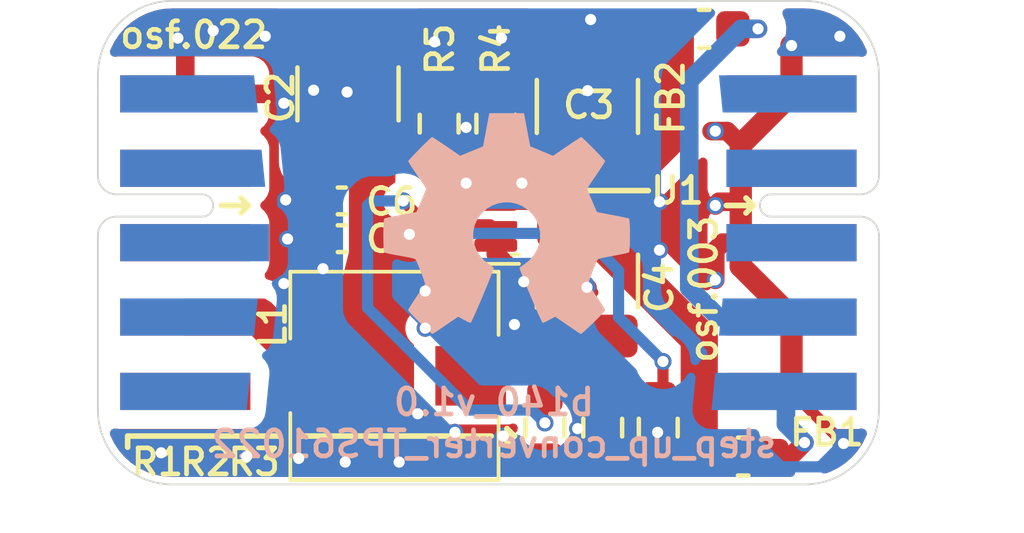
<source format=kicad_pcb>
(kicad_pcb (version 20221018) (generator pcbnew)
  (layers (0 "F.Cu" signal) (1 "In1.Cu" signal) (2 "In2.Cu" signal) (31 "B.Cu" signal) (34 "B.Paste" user) (35 "F.Paste" user) (36 "B.SilkS" user "B.Silkscreen") (37 "F.SilkS" user "F.Silkscreen") (38 "B.Mask" user) (39 "F.Mask" user) (44 "Edge.Cuts" user))
  (net 0 "")
  (net 1 "/implementation/VIN")
  (net 2 "GND")
  (net 3 "/implementation/VOUT")
  (net 11 "Net-(J2-3.3V)")
  (net 12 "Net-(J2-5V)")
  (net 13 "/implementation/SW")
  (net 14 "/implementation/EN")
  (net 15 "/implementation/MODE")
  (net 16 "/implementation/FB")
  (footprint "Capacitor_SMD:C_1210_3225Metric" (layer "F.Cu") (at 146.725 92.5 90)
    (fp_text reference "C2" (at -0.1 -1.825 90) (layer "F.SilkS") (effects (font (size 0.7 0.7) (thickness 0.127))))
    (fp_text value "10uF")
    (fp_line (start -0.711252 -1.36) (end 0.711252 -1.36) (stroke (width 0.12)) (layer "F.SilkS"))
    (fp_line (start -0.711252 1.36) (end 0.711252 1.36) (stroke (width 0.12)) (layer "F.SilkS"))
    (pad "1" smd roundrect (at -1.475 0 90) (size 1.15 2.7) (layers "F.Cu" "F.Paste" "F.Mask") (roundrect_rratio 0.217391) (net 1 "/implementation/VIN"))
    (pad "2" smd roundrect (at 1.475 0 90) (size 1.15 2.7) (layers "F.Cu" "F.Paste" "F.Mask") (roundrect_rratio 0.217391) (net 2 "GND"))
  )
  (footprint "on_edge:on_edge_2x05_host" (layer "F.Cu") (at 161 96.5 -90)
    (fp_text reference "J2")
    (fp_text value "003_power")
    (fp_line (start -1 3.373) (end -1.2 3.573) (stroke (width 0.153)) (layer "F.SilkS"))
    (fp_line (start -1 4.1) (end -1 3.373) (stroke (width 0.153)) (layer "F.SilkS"))
    (fp_line (start -0.8 3.573) (end -1 3.373) (stroke (width 0.153)) (layer "F.SilkS"))
    (fp_line (start -4 0) (end -1.8 0) (stroke (width 0.05)) (layer "Edge.Cuts"))
    (fp_line (start -1.3 0.5) (end -1.3 2.9) (stroke (width 0.05)) (layer "Edge.Cuts"))
    (fp_line (start -0.7 2.9) (end -0.7 0.5) (stroke (width 0.05)) (layer "Edge.Cuts"))
    (fp_line (start -0.2 0) (end 4 0) (stroke (width 0.05)) (layer "Edge.Cuts"))
    (fp_arc (start -1.8 0) (mid -1.446447 0.146447) (end -1.3 0.5) (stroke (width 0.05)) (layer "Edge.Cuts"))
    (fp_arc (start -0.7 0.5) (mid -0.553553 0.146447) (end -0.2 0) (stroke (width 0.05)) (layer "Edge.Cuts"))
    (fp_arc (start -0.7 2.9) (mid -1 3.2) (end -1.3 2.9) (stroke (width 0.05)) (layer "Edge.Cuts"))
    (pad "1" smd rect (at -4 2.35 270) (size 1 3.5) (layers "F.Cu" "F.Mask") (net 2 "GND"))
    (pad "2" smd rect (at -2 2.35 270) (size 1 3.5) (layers "F.Cu" "F.Mask") (net 2 "GND"))
    (pad "3" smd rect (at 0 2.35 270) (size 1 3.5) (layers "F.Cu" "F.Mask") (net 2 "GND"))
    (pad "4" smd rect (at 2 2.35 270) (size 1 3.5) (layers "F.Cu" "F.Mask") (net 2 "GND"))
    (pad "5" smd rect (at 4 2.35 270) (size 1 3.5) (layers "F.Cu" "F.Mask") (net 2 "GND"))
    (pad "6" smd custom (at -4 2.4 90) (size 1 3.6) (layers "B.Cu" "B.Mask") (options (clearance outline) (anchor rect)) (primitives (gr_poly (pts (xy 0.5 -1.8) (xy -0.5 -1.8) (xy 0.5 -1.9)) (width 0) (fill yes))))
    (pad "7" smd rect (at -2 2.35 90) (size 1 3.5) (layers "B.Cu" "B.Mask"))
    (pad "8" smd rect (at 0 2.35 90) (size 1 3.5) (layers "B.Cu" "B.Mask"))
    (pad "9" smd custom (at 2 2.4 90) (size 1 3.6) (layers "B.Cu" "B.Mask") (net 11 "Net-(J2-3.3V)") (options (clearance outline) (anchor rect)) (primitives (gr_poly (pts (xy 0.5 -1.8) (xy -0.5 -1.8) (xy -0.5 -1.9)) (width 0) (fill yes))))
    (pad "10" smd custom (at 4 2.5 90) (size 1 3.8) (layers "B.Cu" "B.Mask") (net 12 "Net-(J2-5V)") (options (clearance outline) (anchor rect)) (primitives (gr_poly (pts (xy 0.5 -1.9) (xy -0.5 -1.9) (xy -0.5 -2)) (width 0) (fill yes))))
    (zone (net 0) (net_name "") (layers "F&B.Cu") (connect_pads (clearance 0)) (min_thickness 0.254)
      (keepout (tracks allowed) (vias not_allowed) (pads allowed) (copperpour not_allowed) (footprints not_allowed))
      (fill (thermal_gap 0.508) (thermal_bridge_width 0.508))
      (polygon (pts (xy 157 101.5) (xy 157 91.5) (xy 161 91.5) (xy 161 101.5)))
    )
  )
  (footprint "TPS61022:744316100" (layer "F.Cu") (at 147.973 100.080675 90)
    (fp_text reference "L1" (at 1.380675 -3.273 90 unlocked) (layer "F.SilkS") (effects (font (size 0.7 0.7) (thickness 0.127))))
    (fp_text value "744316100")
    (fp_line (start -2.8 -2.8) (end -2.8 2.8) (stroke (width 0.1)) (layer "F.SilkS"))
    (fp_line (start -2.8 2.8) (end -1.1 2.8) (stroke (width 0.1)) (layer "F.SilkS"))
    (fp_line (start -1 -2.8) (end -2.8 -2.8) (stroke (width 0.1)) (layer "F.SilkS"))
    (fp_line (start 1.1 2.8) (end 2.8 2.8) (stroke (width 0.1)) (layer "F.SilkS"))
    (fp_line (start 2.8 -2.8) (end 1 -2.8) (stroke (width 0.1)) (layer "F.SilkS"))
    (fp_line (start 2.8 2.8) (end 2.8 -2.8) (stroke (width 0.1)) (layer "F.SilkS"))
    (pad "1" smd rect (at 0 -2.05 90) (size 1.6 1.9) (layers "F.Cu" "F.Paste" "F.Mask") (net 1 "/implementation/VIN"))
    (pad "2" smd rect (at 0 2.05 90) (size 1.6 1.9) (layers "F.Cu" "F.Paste" "F.Mask") (net 13 "/implementation/SW"))
  )
  (footprint "Capacitor_SMD:C_0402_1005Metric" (layer "F.Cu") (at 146.558 96.393 180)
    (fp_text reference "C1" (at -1.342 -0.007 180) (layer "F.SilkS") (effects (font (size 0.7 0.7) (thickness 0.127))))
    (fp_text value "1uF")
    (fp_line (start -0.107836 -0.36) (end 0.107836 -0.36) (stroke (width 0.12)) (layer "F.SilkS"))
    (fp_line (start -0.107836 0.36) (end 0.107836 0.36) (stroke (width 0.12)) (layer "F.SilkS"))
    (pad "1" smd roundrect (at -0.48 0 180) (size 0.56 0.62) (layers "F.Cu" "F.Paste" "F.Mask") (net 1 "/implementation/VIN"))
    (pad "2" smd roundrect (at 0.48 0 180) (size 0.56 0.62) (layers "F.Cu" "F.Paste" "F.Mask") (net 2 "GND"))
  )
  (footprint "Capacitor_SMD:C_0402_1005Metric" (layer "F.Cu") (at 146.558 95.377 180)
    (fp_text reference "C6" (at -1.342 -0.023 180) (layer "F.SilkS") (effects (font (size 0.7 0.7) (thickness 0.127))))
    (fp_text value "100nF")
    (fp_line (start -0.107836 -0.36) (end 0.107836 -0.36) (stroke (width 0.12)) (layer "F.SilkS"))
    (fp_line (start -0.107836 0.36) (end 0.107836 0.36) (stroke (width 0.12)) (layer "F.SilkS"))
    (pad "1" smd roundrect (at -0.48 0 180) (size 0.56 0.62) (layers "F.Cu" "F.Paste" "F.Mask") (net 1 "/implementation/VIN"))
    (pad "2" smd roundrect (at 0.48 0 180) (size 0.56 0.62) (layers "F.Cu" "F.Paste" "F.Mask") (net 2 "GND"))
  )
  (footprint "Resistor_SMD:R_0603_1608Metric" (layer "F.Cu") (at 149.176 93.3 90)
    (fp_text reference "R5" (at 2 0.024 90) (layer "F.SilkS") (effects (font (size 0.7 0.7) (thickness 0.127))))
    (fp_text value "100k")
    (fp_line (start -0.237258 -0.5225) (end 0.237258 -0.5225) (stroke (width 0.12)) (layer "F.SilkS"))
    (fp_line (start -0.237258 0.5225) (end 0.237258 0.5225) (stroke (width 0.12)) (layer "F.SilkS"))
    (pad "1" smd roundrect (at -0.825 0 90) (size 0.8 0.95) (layers "F.Cu" "F.Paste" "F.Mask") (net 16 "/implementation/FB"))
    (pad "2" smd roundrect (at 0.825 0 90) (size 0.8 0.95) (layers "F.Cu" "F.Paste" "F.Mask") (net 2 "GND"))
  )
  (footprint "TPS61022:TPS61022" (layer "F.Cu") (at 150.073 96.019 180)
    (fp_text reference "U1" (at -4.727 0.919 unlocked) (layer "F.SilkS") (effects (font (size 0.7 0.7) (thickness 0.127)) (justify left)))
    (fp_text value "~")
    (fp_line (start -1.25 -1.05) (end -1.05 -1.05) (stroke (width 0.1)) (layer "F.SilkS"))
    (fp_line (start -1.05 -1.05) (end 1.05 -1.05) (stroke (width 0.1)) (layer "F.SilkS"))
    (fp_line (start -1.05 -0.8) (end -1.25 -0.8) (stroke (width 0.1)) (layer "F.SilkS"))
    (fp_line (start 1.05 -1.05) (end 1.05 -1.05) (stroke (width 0.1)) (layer "F.SilkS"))
    (fp_line (start 1.05 1.05) (end -1.05 1.05) (stroke (width 0.1)) (layer "F.SilkS"))
    (pad "1" smd roundrect (at -0.625 -0.55 180) (size 1.15 0.35) (layers "F.Cu" "F.Mask") (net 2 "GND"))
    (pad "2" smd roundrect (at -0.475 0 180) (size 1.45 0.2) (layers "F.Cu" "F.Mask") (net 13 "/implementation/SW"))
    (pad "3" smd roundrect (at -0.625 0.55 180) (size 1.15 0.35) (layers "F.Cu" "F.Mask") (net 3 "/implementation/VOUT"))
    (pad "4" smd roundrect (at 0.975 0.75 180) (size 0.45 0.25) (layers "F.Cu" "F.Paste" "F.Mask") (net 16 "/implementation/FB"))
    (pad "5" smd roundrect (at 0.975 0.25 180) (size 0.45 0.25) (layers "F.Cu" "F.Paste" "F.Mask") (net 14 "/implementation/EN"))
    (pad "6" smd roundrect (at 0.975 -0.25 180) (size 0.45 0.25) (layers "F.Cu" "F.Paste" "F.Mask") (net 15 "/implementation/MODE"))
    (pad "7" smd roundrect (at 0.975 -0.75 180) (size 0.45 0.25) (layers "F.Cu" "F.Paste" "F.Mask") (net 1 "/implementation/VIN"))
  )
  (footprint "Resistor_SMD:R_0603_1608Metric" (layer "F.Cu") (at 153.573 101.473 90)
    (fp_text reference "R2" (at -0.927 -10.673 180) (layer "F.SilkS") (effects (font (size 0.7 0.7) (thickness 0.127))))
    (fp_text value "10k")
    (fp_line (start -0.237258 -0.5225) (end 0.237258 -0.5225) (stroke (width 0.12)) (layer "F.SilkS"))
    (fp_line (start -0.237258 0.5225) (end 0.237258 0.5225) (stroke (width 0.12)) (layer "F.SilkS"))
    (pad "1" smd roundrect (at -0.825 0 90) (size 0.8 0.95) (layers "F.Cu" "F.Paste" "F.Mask") (net 1 "/implementation/VIN"))
    (pad "2" smd roundrect (at 0.825 0 90) (size 0.8 0.95) (layers "F.Cu" "F.Paste" "F.Mask") (net 15 "/implementation/MODE"))
  )
  (footprint "Resistor_SMD:R_0603_1608Metric" (layer "F.Cu") (at 152.019 101.473 90)
    (fp_text reference "R1" (at -0.927 -10.419) (layer "F.SilkS") (effects (font (size 0.7 0.7) (thickness 0.127))))
    (fp_text value "10k")
    (fp_line (start -0.237258 -0.5225) (end 0.237258 -0.5225) (stroke (width 0.12)) (layer "F.SilkS"))
    (fp_line (start -0.237258 0.5225) (end 0.237258 0.5225) (stroke (width 0.12)) (layer "F.SilkS"))
    (pad "1" smd roundrect (at -0.825 0 90) (size 0.8 0.95) (layers "F.Cu" "F.Paste" "F.Mask") (net 1 "/implementation/VIN"))
    (pad "2" smd roundrect (at 0.825 0 90) (size 0.8 0.95) (layers "F.Cu" "F.Paste" "F.Mask") (net 14 "/implementation/EN"))
  )
  (footprint "Resistor_SMD:R_0603_1608Metric" (layer "F.Cu") (at 155.067 101.473 -90)
    (fp_text reference "R3" (at 0.927 10.867 -180) (layer "F.SilkS") (effects (font (size 0.7 0.7) (thickness 0.127))))
    (fp_text value "10k")
    (fp_line (start -0.237258 -0.5225) (end 0.237258 -0.5225) (stroke (width 0.12)) (layer "F.SilkS"))
    (fp_line (start -0.237258 0.5225) (end 0.237258 0.5225) (stroke (width 0.12)) (layer "F.SilkS"))
    (pad "1" smd roundrect (at -0.825 0 270) (size 0.8 0.95) (layers "F.Cu" "F.Paste" "F.Mask") (net 15 "/implementation/MODE"))
    (pad "2" smd roundrect (at 0.825 0 270) (size 0.8 0.95) (layers "F.Cu" "F.Paste" "F.Mask") (net 2 "GND"))
  )
  (footprint "Capacitor_SMD:C_1210_3225Metric" (layer "F.Cu") (at 153.162 92.837 90)
    (fp_text reference "C3" (at 0.037 0.038) (layer "F.SilkS") (effects (font (size 0.7 0.7) (thickness 0.127))))
    (fp_text value "33uF")
    (fp_line (start -0.711252 -1.36) (end 0.711252 -1.36) (stroke (width 0.12)) (layer "F.SilkS"))
    (fp_line (start -0.711252 1.36) (end 0.711252 1.36) (stroke (width 0.12)) (layer "F.SilkS"))
    (pad "1" smd roundrect (at -1.475 0 90) (size 1.15 2.7) (layers "F.Cu" "F.Paste" "F.Mask") (roundrect_rratio 0.217391) (net 3 "/implementation/VOUT"))
    (pad "2" smd roundrect (at 1.475 0 90) (size 1.15 2.7) (layers "F.Cu" "F.Paste" "F.Mask") (roundrect_rratio 0.217391) (net 2 "GND"))
  )
  (footprint "Capacitor_SMD:C_1210_3225Metric" (layer "F.Cu") (at 153.162 97.536 -90)
    (fp_text reference "C4" (at 0.164 -1.938 90) (layer "F.SilkS") (effects (font (size 0.7 0.7) (thickness 0.127))))
    (fp_text value "33uF")
    (fp_line (start -0.711252 -1.36) (end 0.711252 -1.36) (stroke (width 0.12)) (layer "F.SilkS"))
    (fp_line (start -0.711252 1.36) (end 0.711252 1.36) (stroke (width 0.12)) (layer "F.SilkS"))
    (pad "1" smd roundrect (at -1.475 0 270) (size 1.15 2.7) (layers "F.Cu" "F.Paste" "F.Mask") (roundrect_rratio 0.217391) (net 3 "/implementation/VOUT"))
    (pad "2" smd roundrect (at 1.475 0 270) (size 1.15 2.7) (layers "F.Cu" "F.Paste" "F.Mask") (roundrect_rratio 0.217391) (net 2 "GND"))
  )
  (footprint "on_edge:on_edge_2x05_device" (layer "F.Cu") (at 140 96.5 -90)
    (fp_text reference "J1")
    (fp_text value "022_battery_cells")
    (fp_line (start -1.2 -3.85) (end -1 -4.05) (stroke (width 0.153)) (layer "F.SilkS"))
    (fp_line (start -1 -4.05) (end -1 -3.323) (stroke (width 0.153)) (layer "F.SilkS"))
    (fp_line (start -1 -4.05) (end -0.8 -3.85) (stroke (width 0.153)) (layer "F.SilkS"))
    (fp_line (start -4 0) (end -1.8 0) (stroke (width 0.05)) (layer "Edge.Cuts"))
    (fp_line (start -1.3 -2.8) (end -1.3 -0.5) (stroke (width 0.05)) (layer "Edge.Cuts"))
    (fp_line (start -0.7 -0.5) (end -0.7 -2.8) (stroke (width 0.05)) (layer "Edge.Cuts"))
    (fp_line (start -0.2 0) (end 4 0) (stroke (width 0.05)) (layer "Edge.Cuts"))
    (fp_arc (start -1.3 -2.8) (mid -1 -3.1) (end -0.7 -2.8) (stroke (width 0.05)) (layer "Edge.Cuts"))
    (fp_arc (start -1.3 -0.5) (mid -1.446447 -0.146447) (end -1.8 0) (stroke (width 0.05)) (layer "Edge.Cuts"))
    (fp_arc (start -0.2 0) (mid -0.553553 -0.146447) (end -0.7 -0.5) (stroke (width 0.05)) (layer "Edge.Cuts"))
    (pad "1" smd rect (at -4 -2.35 90) (size 1 3.5) (layers "F.Cu" "F.Mask") (net 2 "GND"))
    (pad "2" smd rect (at -2 -2.35 270) (size 1 3.5) (layers "F.Cu" "F.Mask"))
    (pad "3" smd rect (at 0 -2.35 270) (size 1 3.5) (layers "F.Cu" "F.Mask"))
    (pad "4" smd rect (at 2 -2.35 90) (size 1 3.5) (layers "F.Cu" "F.Mask") (net 1 "/implementation/VIN"))
    (pad "5" smd rect (at 4 -2.35 90) (size 1 3.5) (layers "F.Cu" "F.Mask"))
    (pad "6" smd custom (at -4 -2.4 270) (size 1 3.6) (layers "B.Cu" "B.Mask") (options (clearance outline) (anchor rect)) (primitives (gr_poly (pts (xy 0.5 -1.8) (xy 0.5 -1.9) (xy -0.5 -1.8)) (width 0) (fill yes))))
    (pad "7" smd custom (at -2 -2.1 270) (size 1 3) (layers "B.Cu" "B.Mask") (options (clearance outline) (anchor rect)) (primitives (gr_poly (pts (xy 0.3 -0.51) (xy 0.31 -0.62) (xy 0.33 -0.7) (xy 0.35 -0.76) (xy 0.37 -0.81) (xy 0.4 -0.86) (xy 0.44 -0.92) (xy 0.48 -0.97) (xy 0.5 -0.99) (xy 0.5 -2.4) (xy -0.5 -2.3) (xy -0.5 1.5) (xy 0.3 1.5)) (width 0) (fill yes))))
    (pad "8" smd rect (at 0 -2.6 270) (size 1 4) (layers "B.Cu" "B.Mask"))
    (pad "9" smd custom (at 2 -2.4 270) (size 1 3.6) (layers "B.Cu" "B.Mask") (options (clearance outline) (anchor rect)) (primitives (gr_poly (pts (xy -0.5 -1.8) (xy -0.5 -1.9) (xy 0.5 -1.8)) (width 0) (fill yes))))
    (pad "10" smd custom (at 4 -2.3 270) (size 1 3.4) (layers "B.Cu" "B.Mask") (options (clearance outline) (anchor rect)) (primitives (gr_poly (pts (xy -0.5 -1.7) (xy -0.5 -1.8) (xy 0.5 -1.7)) (width 0) (fill yes))))
    (zone (net 0) (net_name "") (layers "F&B.Cu") (connect_pads (clearance 0)) (min_thickness 0.254)
      (keepout (tracks allowed) (vias not_allowed) (pads allowed) (copperpour not_allowed) (footprints not_allowed))
      (fill (thermal_gap 0.508) (thermal_bridge_width 0.508))
      (polygon (pts (xy 140 101.5) (xy 140 91.5) (xy 144 91.5) (xy 144 101.5)))
    )
  )
  (footprint "Capacitor_SMD:C_0603_1608Metric" (layer "F.Cu") (at 156.3 90.75)
    (fp_text reference "FB2" (at -0.9 1.85 90) (layer "F.SilkS") (effects (font (size 0.7 0.7) (thickness 0.127))))
    (fp_text value "200R, 5A")
    (fp_line (start -0.14058 -0.51) (end 0.14058 -0.51) (stroke (width 0.12)) (layer "F.SilkS"))
    (fp_line (start -0.14058 0.51) (end 0.14058 0.51) (stroke (width 0.12)) (layer "F.SilkS"))
    (pad "1" smd roundrect (at -0.775 0) (size 0.9 0.95) (layers "F.Cu" "F.Paste" "F.Mask") (net 3 "/implementation/VOUT"))
    (pad "2" smd roundrect (at 0.775 0) (size 0.9 0.95) (layers "F.Cu" "F.Paste" "F.Mask") (net 11 "Net-(J2-3.3V)"))
  )
  (footprint "Capacitor_SMD:C_0603_1608Metric" (layer "F.Cu") (at 157.35 102.25)
    (fp_text reference "FB1" (at 2.25 -0.65) (layer "F.SilkS") (effects (font (size 0.7 0.7) (thickness 0.127))))
    (fp_text value "200R, 5A")
    (fp_line (start -0.14058 -0.51) (end 0.14058 -0.51) (stroke (width 0.12)) (layer "F.SilkS"))
    (fp_line (start -0.14058 0.51) (end 0.14058 0.51) (stroke (width 0.12)) (layer "F.SilkS"))
    (pad "1" smd roundrect (at -0.775 0) (size 0.9 0.95) (layers "F.Cu" "F.Paste" "F.Mask") (net 3 "/implementation/VOUT"))
    (pad "2" smd roundrect (at 0.775 0) (size 0.9 0.95) (layers "F.Cu" "F.Paste" "F.Mask") (net 12 "Net-(J2-5V)"))
  )
  (footprint "Resistor_SMD:R_0603_1608Metric" (layer "F.Cu") (at 150.7 93.3 -90)
    (fp_text reference "R4" (at -2 0 90) (layer "F.SilkS") (effects (font (size 0.7 0.7) (thickness 0.127))))
    (fp_text value "732k")
    (fp_line (start -0.237258 -0.5225) (end 0.237258 -0.5225) (stroke (width 0.12)) (layer "F.SilkS"))
    (fp_line (start -0.237258 0.5225) (end 0.237258 0.5225) (stroke (width 0.12)) (layer "F.SilkS"))
    (pad "1" smd roundrect (at -0.825 0 270) (size 0.8 0.95) (layers "F.Cu" "F.Paste" "F.Mask") (net 3 "/implementation/VOUT"))
    (pad "2" smd roundrect (at 0.825 0 270) (size 0.8 0.95) (layers "F.Cu" "F.Paste" "F.Mask") (net 16 "/implementation/FB"))
  )
  (footprint "Symbol:OSHW-Symbol_6.7x6mm_SilkScreen" (layer "B.Cu") (at 151 96 180)
    (fp_text reference "LOGO1" hide)
    (fp_text value "Logo_Open_Hardware_Small" hide)
    (fp_poly (pts (xy 0.555814 2.531069) (xy 0.639635 2.086445) (xy 0.94892 1.958947) (xy 1.258206 1.831449) (xy 1.629246 2.083754) (xy 1.733157 2.154004) (xy 1.827087 2.216728) (xy 1.906652 2.269062) (xy 1.96747 2.308143) (xy 2.005157 2.331107) (xy 2.015421 2.336058) (xy 2.03391 2.323324) (xy 2.07342 2.288118) (xy 2.129522 2.234938) (xy 2.197787 2.168282) (xy 2.273786 2.092646) (xy 2.353092 2.012528) (xy 2.431275 1.932426) (xy 2.503907 1.856836) (xy 2.566559 1.790255) (xy 2.614803 1.737182) (xy 2.64421 1.702113) (xy 2.651241 1.690377) (xy 2.641123 1.66874) (xy 2.612759 1.621338) (xy 2.569129 1.552807) (xy 2.513218 1.467785) (xy 2.448006 1.370907) (xy 2.410219 1.31565) (xy 2.341343 1.214752) (xy 2.28014 1.123701) (xy 2.229578 1.04703) (xy 2.192628 0.989272) (xy 2.172258 0.954957) (xy 2.169197 0.947746) (xy 2.176136 0.927252) (xy 2.195051 0.879487) (xy 2.223087 0.811168) (xy 2.257391 0.729011) (xy 2.295109 0.63973) (xy 2.333387 0.550042) (xy 2.36937 0.466662) (xy 2.400206 0.396306) (xy 2.423039 0.34569) (xy 2.435017 0.321529) (xy 2.435724 0.320578) (xy 2.454531 0.315964) (xy 2.504618 0.305672) (xy 2.580793 0.290713) (xy 2.677865 0.272099) (xy 2.790643 0.250841) (xy 2.856442 0.238582) (xy 2.97695 0.215638) (xy 3.085797 0.193805) (xy 3.177476 0.174278) (xy 3.246481 0.158252) (xy 3.287304 0.146921) (xy 3.295511 0.143326) (xy 3.303548 0.118994) (xy 3.310033 0.064041) (xy 3.31497 -0.015108) (xy 3.318364 -0.112026) (xy 3.320218 -0.220287) (xy 3.320538 -0.333465) (xy 3.319327 -0.445135) (xy 3.31659 -0.548868) (xy 3.312331 -0.638241) (xy 3.306555 -0.706826) (xy 3.299267 -0.748197) (xy 3.294895 -0.75681) (xy 3.268764 -0.767133) (xy 3.213393 -0.781892) (xy 3.136107 -0.799352) (xy 3.04423 -0.81778) (xy 3.012158 -0.823741) (xy 2.857524 -0.852066) (xy 2.735375 -0.874876) (xy 2.641673 -0.89308) (xy 2.572384 -0.907583) (xy 2.523471 -0.919292) (xy 2.490897 -0.929115) (xy 2.470628 -0.937956) (xy 2.458626 -0.946724) (xy 2.456947 -0.948457) (xy 2.440184 -0.976371) (xy 2.414614 -1.030695) (xy 2.382788 -1.104777) (xy 2.34726 -1.191965) (xy 2.310583 -1.285608) (xy 2.275311 -1.379052) (xy 2.243996 -1.465647) (xy 2.219193 -1.53874) (xy 2.203454 -1.591678) (xy 2.199332 -1.617811) (xy 2.199676 -1.618726) (xy 2.213641 -1.640086) (xy 2.245322 -1.687084) (xy 2.291391 -1.754827) (xy 2.348518 -1.838423) (xy 2.413373 -1.932982) (xy 2.431843 -1.959854) (xy 2.497699 -2.057275) (xy 2.55565 -2.146163) (xy 2.602538 -2.221412) (xy 2.635207 -2.27792) (xy 2.6505 -2.310581) (xy 2.651241 -2.314593) (xy 2.638392 -2.335684) (xy 2.602888 -2.377464) (xy 2.549293 -2.435445) (xy 2.482171 -2.505135) (xy 2.406087 -2.582045) (xy 2.325604 -2.661683) (xy 2.245287 -2.739561) (xy 2.169699 -2.811186) (xy 2.103405 -2.87207) (xy 2.050969 -2.917721) (xy 2.016955 -2.94365) (xy 2.007545 -2.947883) (xy 1.985643 -2.937912) (xy 1.9408 -2.91102) (xy 1.880321 -2.871736) (xy 1.833789 -2.840117) (xy 1.749475 -2.782098) (xy 1.649626 -2.713784) (xy 1.549473 -2.645579) (xy 1.495627 -2.609075) (xy 1.313371 -2.4858) (xy 1.160381 -2.56852) (xy 1.090682 -2.604759) (xy 1.031414 -2.632926) (xy 0.991311 -2.648991) (xy 0.981103 -2.651226) (xy 0.968829 -2.634722) (xy 0.944613 -2.588082) (xy 0.910263 -2.515609) (xy 0.867588 -2.421606) (xy 0.818394 -2.310374) (xy 0.76449 -2.186215) (xy 0.707684 -2.053432) (xy 0.649782 -1.916327) (xy 0.592593 -1.779202) (xy 0.537924 -1.646358) (xy 0.487584 -1.522098) (xy 0.44338 -1.410725) (xy 0.407119 -1.316539) (xy 0.380609 -1.243844) (xy 0.365658 -1.196941) (xy 0.363254 -1.180833) (xy 0.382311 -1.160286) (xy 0.424036 -1.126933) (xy 0.479706 -1.087702) (xy 0.484378 -1.084599) (xy 0.628264 -0.969423) (xy 0.744283 -0.835053) (xy 0.83143 -0.685784) (xy 0.888699 -0.525913) (xy 0.915086 -0.359737) (xy 0.909585 -0.191552) (xy 0.87119 -0.025655) (xy 0.798895 0.133658) (xy 0.777626 0.168513) (xy 0.666996 0.309263) (xy 0.536302 0.422286) (xy 0.390064 0.506997) (xy 0.232808 0.562806) (xy 0.069057 0.589126) (xy -0.096667 0.58537) (xy -0.259838 0.55095) (xy -0.415935 0.485277) (xy -0.560433 0.387765) (xy -0.605131 0.348187) (xy -0.718888 0.224297) (xy -0.801782 0.093876) (xy -0.858644 -0.052315) (xy -0.890313 -0.197088) (xy -0.898131 -0.35986) (xy -0.872062 -0.52344) (xy -0.814755 -0.682298) (xy -0.728856 -0.830906) (xy -0.617014 -0.963735) (xy -0.481877 -1.075256) (xy -0.464117 -1.087011) (xy -0.40785 -1.125508) (xy -0.365077 -1.158863) (xy -0.344628 -1.18016) (xy -0.344331 -1.180833) (xy -0.348721 -1.203871) (xy -0.366124 -1.256157) (xy -0.394732 -1.33339) (xy -0.432735 -1.431268) (xy -0.478326 -1.545491) (xy -0.529697 -1.671758) (xy -0.585038 -1.805767) (xy -0.642542 -1.943218) (xy -0.700399 -2.079808) (xy -0.756802 -2.211237) (xy -0.809942 -2.333205) (xy -0.85801 -2.441409) (xy -0.899199 -2.531549) (xy -0.931699 -2.599323) (xy -0.953703 -2.64043) (xy -0.962564 -2.651226) (xy -0.98964 -2.642819) (xy -1.040303 -2.620272) (xy -1.105817 -2.587613) (xy -1.141841 -2.56852) (xy -1.294832 -2.4858) (xy -1.477088 -2.609075) (xy -1.570125 -2.672228) (xy -1.671985 -2.741727) (xy -1.767438 -2.807165) (xy -1.81525 -2.840117) (xy -1.882495 -2.885273) (xy -1.939436 -2.921057) (xy -1.978646 -2.942938) (xy -1.991381 -2.947563) (xy -2.009917 -2.935085) (xy -2.050941 -2.900252) (xy -2.110475 -2.846678) (xy -2.184542 -2.777983) (xy -2.269165 -2.697781) (xy -2.322685 -2.646286) (xy -2.416319 -2.554286) (xy -2.497241 -2.471999) (xy -2.562177 -2.402945) (xy -2.607858 -2.350644) (xy -2.631011 -2.318616) (xy -2.633232 -2.312116) (xy -2.622924 -2.287394) (xy -2.594439 -2.237405) (xy -2.550937 -2.167212) (xy -2.495577 -2.081875) (xy -2.43152 -1.986456) (xy -2.413303 -1.959854) (xy -2.346927 -1.863167) (xy -2.287378 -1.776117) (xy -2.237984 -1.703595) (xy -2.202075 -1.650493) (xy -2.182981 -1.621703) (xy -2.181136 -1.618726) (xy -2.183895 -1.595782) (xy -2.198538 -1.545336) (xy -2.222513 -1.474041) (xy -2.253266 -1.388547) (xy -2.288244 -1.295507) (xy -2.324893 -1.201574) (xy -2.360661 -1.113399) (xy -2.392994 -1.037634) (xy -2.419338 -0.980931) (xy -2.437142 -0.949943) (xy -2.438407 -0.948457) (xy -2.449294 -0.939601) (xy -2.467682 -0.930843) (xy -2.497606 -0.921277) (xy -2.543103 -0.909996) (xy -2.608209 -0.896093) (xy -2.696961 -0.878663) (xy -2.813393 -0.856798) (xy -2.961542 -0.829591) (xy -2.993618 -0.823741) (xy -3.088686 -0.805374) (xy -3.171565 -0.787405) (xy -3.23493 -0.771569) (xy -3.271458 -0.7596) (xy -3.276356 -0.75681) (xy -3.284427 -0.732072) (xy -3.290987 -0.67679) (xy -3.296033 -0.597389) (xy -3.299559 -0.500296) (xy -3.301561 -0.391938) (xy -3.302036 -0.27874) (xy -3.300977 -0.167128) (xy -3.298382 -0.063529) (xy -3.294246 0.025632) (xy -3.288563 0.093928) (xy -3.281331 0.134934) (xy -3.276971 0.143326) (xy -3.252698 0.151792) (xy -3.197426 0.165565) (xy -3.116662 0.18345) (xy -3.015912 0.204252) (xy -2.900683 0.226777) (xy -2.837902 0.238582) (xy -2.718787 0.260849) (xy -2.612565 0.281021) (xy -2.524427 0.298085) (xy -2.459566 0.311031) (xy -2.423174 0.318845) (xy -2.417184 0.320578) (xy -2.407061 0.34011) (xy -2.385662 0.387157) (xy -2.355839 0.454997) (xy -2.320445 0.536909) (xy -2.282332 0.626172) (xy -2.244353 0.716065) (xy -2.20936 0.799865) (xy -2.180206 0.870853) (xy -2.159743 0.922306) (xy -2.150823 0.947503) (xy -2.150657 0.948604) (xy -2.160769 0.968481) (xy -2.189117 1.014223) (xy -2.232723 1.081283) (xy -2.288606 1.165116) (xy -2.353787 1.261174) (xy -2.391679 1.31635) (xy -2.460725 1.417519) (xy -2.52205 1.50937) (xy -2.572663 1.587256) (xy -2.609571 1.646531) (xy -2.629782 1.682549) (xy -2.632701 1.690623) (xy -2.620153 1.709416) (xy -2.585463 1.749543) (xy -2.533063 1.806507) (xy -2.467384 1.875815) (xy -2.392856 1.952969) (xy -2.313913 2.033475) (xy -2.234983 2.112837) (xy -2.1605 2.18656) (xy -2.094894 2.250148) (xy -2.042596 2.299106) (xy -2.008039 2.328939) (xy -1.996478 2.336058) (xy -1.977654 2.326047) (xy -1.932631 2.297922) (xy -1.865787 2.254546) (xy -1.781499 2.198782) (xy -1.684144 2.133494) (xy -1.610707 2.083754) (xy -1.239667 1.831449) (xy -0.621095 2.086445) (xy -0.537275 2.531069) (xy -0.453454 2.975693) (xy 0.471994 2.975693) (xy 0.555814 2.531069)) (stroke (width 0.01)) (fill solid) (layer "B.SilkS"))
  )
  (gr_line (start 151 101.5) (end 151 101.9) (stroke (width 0.15)) (layer "F.SilkS"))
  (gr_line (start 150.575 101.7) (end 145.45 101.7) (stroke (width 0.15)) (layer "F.SilkS"))
  (gr_line (start 151.6 95.3) (end 151.4 95.1) (stroke (width 0.15)) (layer "F.SilkS"))
  (gr_line (start 151.6 94.9) (end 151.6 95.3) (stroke (width 0.15)) (layer "F.SilkS"))
  (gr_line (start 151.2 101.7) (end 151 101.5) (stroke (width 0.15)) (layer "F.SilkS"))
  (gr_line (start 140.8 102) (end 140.8 101.7) (stroke (width 0.15)) (layer "F.SilkS"))
  (gr_line (start 151.4 95.1) (end 151.6 94.9) (stroke (width 0.15)) (layer "F.SilkS"))
  (gr_line (start 151.2 101.7) (end 150.9 101.7) (stroke (width 0.15)) (layer "F.SilkS"))
  (gr_line (start 151 101.9) (end 151.2 101.7) (stroke (width 0.15)) (layer "F.SilkS"))
  (gr_line (start 154.8 95.1) (end 151.4 95.1) (stroke (width 0.15)) (layer "F.SilkS"))
  (gr_line (start 144.9 101.7) (end 140.8 101.7) (stroke (width 0.15)) (layer "F.SilkS"))
  (gr_line (start 142 90) (end 159 90) (stroke (width 0.05)) (layer "Edge.Cuts"))
  (gr_arc (start 161 101) (mid 160.414214 102.414214) (end 159 103) (stroke (width 0.05)) (layer "Edge.Cuts"))
  (gr_line (start 159 103) (end 142 103) (stroke (width 0.05)) (layer "Edge.Cuts"))
  (gr_arc (start 159 90) (mid 160.414214 90.585786) (end 161 92) (stroke (width 0.05)) (layer "Edge.Cuts"))
  (gr_line (start 140 92.5) (end 140 92) (stroke (width 0.05)) (layer "Edge.Cuts"))
  (gr_line (start 161 100.5) (end 161 101) (stroke (width 0.05)) (layer "Edge.Cuts"))
  (gr_line (start 161 92) (end 161 92.5) (stroke (width 0.05)) (layer "Edge.Cuts"))
  (gr_line (start 140 100.5) (end 140 101) (stroke (width 0.05)) (layer "Edge.Cuts"))
  (gr_arc (start 142 103) (mid 140.585786 102.414214) (end 140 101) (stroke (width 0.05)) (layer "Edge.Cuts"))
  (gr_arc (start 140 92) (mid 140.585786 90.585786) (end 142 90) (stroke (width 0.05)) (layer "Edge.Cuts"))
  (gr_text "b140_v1.0\nstep_up_converter_TPS61022" (at 150.65 102.325) (layer "B.SilkS") (effects (font (size 0.7 0.7) (thickness 0.127) bold) (justify bottom mirror)))
  (gr_text "osf.003" (at 156.7 99.8 90) (layer "F.SilkS") (effects (font (size 0.7 0.7) (thickness 0.127) bold) (justify left bottom)))
  (gr_text "osf.022" (at 140.525 91.325) (layer "F.SilkS") (effects (font (size 0.7 0.7) (thickness 0.127) bold) (justify left bottom)))
  (segment (start 153.571 102.3) (end 149 102.3) (width 0.25) (layer "F.Cu") (net 1))
  (segment (start 142.35 98.5) (end 144.342325 98.5) (width 1) (layer "F.Cu") (net 1))
  (segment (start 146.780675 100.080675) (end 145.923 100.080675) (width 0.25) (layer "F.Cu") (net 1))
  (segment (start 153.573 102.298) (end 153.571 102.3) (width 0.25) (layer "F.Cu") (net 1))
  (segment (start 149 102.3) (end 146.780675 100.080675) (width 0.25) (layer "F.Cu") (net 1))
  (segment (start 144.342325 98.5) (end 145.923 100.080675) (width 1) (layer "F.Cu") (net 1))
  (segment (start 153.162 99.011) (end 151.511 99.011) (width 0.5) (layer "F.Cu") (net 2))
  (segment (start 142.35 91.2) (end 142.15 91) (width 0.5) (layer "F.Cu") (net 2))
  (segment (start 155.067 101.617) (end 155.05 101.6) (width 0.5) (layer "F.Cu") (net 2))
  (segment (start 142.35 92.5) (end 142.35 91.2) (width 0.5) (layer "F.Cu") (net 2))
  (segment (start 157.284895 93.865105) (end 157.284895 95.4) (width 0.6) (layer "F.Cu") (net 2))
  (segment (start 157.284895 95.4) (end 157.284895 97.134895) (width 0.6) (layer "F.Cu") (net 2))
  (segment (start 155.067 102.298) (end 155.067 101.617) (width 0.5) (layer "F.Cu") (net 2))
  (segment (start 158.65 98.5) (end 158.65 100.5) (width 0.6) (layer "F.Cu") (net 2))
  (segment (start 153.162 99.011) (end 153.162 97.712) (width 0.5) (layer "F.Cu") (net 2))
  (segment (start 156.6 96.7) (end 156.8 96.5) (width 0.5) (layer "F.Cu") (net 2))
  (segment (start 156.91979 93.5) (end 157.284895 93.865105) (width 0.5) (layer "F.Cu") (net 2))
  (segment (start 158.65 91.218376) (end 158.65 91.2) (width 0.6) (layer "F.Cu") (net 2))
  (segment (start 150.698 96.569) (end 150.698 96.798) (width 0.5) (layer "F.Cu") (net 2))
  (segment (start 158.65 91.2) (end 158.668376 91.2) (width 0.6) (layer "F.Cu") (net 2))
  (segment (start 150.698 96.798) (end 151.45 97.55) (width 0.5) (layer "F.Cu") (net 2))
  (segment (start 158.65 91.218376) (end 158.65 91.218376) (width 0.6) (layer "F.Cu") (net 2))
  (segment (start 156.8 96.5) (end 158.65 96.5) (width 0.5) (layer "F.Cu") (net 2))
  (segment (start 144.75 92.5) (end 145 92.75) (width 0.5) (layer "F.Cu") (net 2))
  (segment (start 142.35 92.5) (end 144.75 92.5) (width 0.5) (layer "F.Cu") (net 2))
  (segment (start 158.668376 91.2) (end 158.654255 91.214121) (width 0.6) (layer "F.Cu") (net 2))
  (segment (start 158.65 92.5) (end 157.284895 93.865105) (width 0.6) (layer "F.Cu") (net 2))
  (segment (start 158.65 92.5) (end 158.65 91.218376) (width 0.6) (layer "F.Cu") (net 2))
  (segment (start 156.6 95.5) (end 156.7 95.4) (width 0.5) (layer "F.Cu") (net 2))
  (segment (start 153.162 97.712) (end 153.15 97.7) (width 0.5) (layer "F.Cu") (net 2))
  (segment (start 156.7 95.4) (end 157.284895 95.4) (width 0.5) (layer "F.Cu") (net 2))
  (segment (start 151.511 99.011) (end 151.2 98.7) (width 0.5) (layer "F.Cu") (net 2))
  (segment (start 156.5 93.5) (end 156.91979 93.5) (width 0.5) (layer "F.Cu") (net 2))
  (segment (start 160.05 101.9) (end 158.65 100.5) (width 0.3) (layer "F.Cu") (net 2))
  (segment (start 156.6 97.5) (end 156.6 96.7) (width 0.5) (layer "F.Cu") (net 2))
  (segment (start 157.284895 97.134895) (end 158.65 98.5) (width 0.6) (layer "F.Cu") (net 2))
  (via (at 155.05 101.6) (size 0.46) (drill 0.3) (layers "F.Cu" "B.Cu") (net 2))
  (via (at 148.8 98.8) (size 0.46) (drill 0.3) (layers "F.Cu" "B.Cu") (net 2))
  (via (at 150.85 91) (size 0.46) (drill 0.3) (layers "F.Cu" "B.Cu") (net 2))
  (via (at 145.1 96.4) (size 0.46) (drill 0.3) (layers "F.Cu" "B.Cu") (net 2))
  (via (at 145.05 95.35) (size 0.46) (drill 0.3) (layers "F.Cu" "B.Cu") (net 2))
  (via (at 146.65 102.4) (size 0.46) (drill 0.3) (layers "F.Cu" "B.Cu") (net 2))
  (via (at 152.9 101.5) (size 0.46) (drill 0.3) (layers "F.Cu" "B.Cu") (net 2))
  (via (at 145 92.75) (size 0.46) (drill 0.3) (layers "F.Cu" "B.Cu") (net 2))
  (via (at 151.45 97.55) (size 0.46) (drill 0.3) (layers "F.Cu" "B.Cu") (net 2))
  (via (at 155.1 95.4) (size 0.46) (drill 0.3) (layers "F.Cu" "B.Cu") (net 2))
  (via (at 151.4 94.9) (size 0.46) (drill 0.3) (layers "F.Cu" "B.Cu") (net 2))
  (via (at 149.9 94.9) (size 0.46) (drill 0.3) (layers "F.Cu" "B.Cu") (net 2))
  (via (at 155.1 96.7) (size 0.46) (drill 0.3) (layers "F.Cu" "B.Cu") (net 2))
  (via (at 149.05 91.1) (size 0.46) (drill 0.3) (layers "F.Cu" "B.Cu") (net 2))
  (via (at 146.051214 97.200127) (size 0.46) (drill 0.3) (layers "F.Cu" "B.Cu") (net 2))
  (via (at 160.05 101.9) (size 0.46) (drill 0.3) (layers "F.Cu" "B.Cu") (net 2))
  (via (at 153.25 90.5) (size 0.46) (drill 0.3) (layers "F.Cu" "B.Cu") (net 2))
  (via (at 153.170435 92.41233) (size 0.46) (drill 0.3) (layers "F.Cu" "B.Cu") (net 2))
  (via (at 145.8 92.4) (size 0.46) (drill 0.3) (layers "F.Cu" "B.Cu") (net 2))
  (via (at 156.6 93.5) (size 0.46) (drill 0.3) (layers "F.Cu" "B.Cu") (net 2))
  (via (at 159.95 90.95) (size 0.46) (drill 0.3) (layers "F.Cu" "B.Cu") (net 2))
  (via (at 141.7 102.15) (size 0.46) (drill 0.3) (layers "F.Cu" "B.Cu") (net 2))
  (via (at 143.1 90.8) (size 0.46) (drill 0.3) (layers "F.Cu" "B.Cu") (net 2))
  (via (at 144 102.25) (size 0.46) (drill 0.3) (layers "F.Cu" "B.Cu") (net 2))
  (via (at 149.9 93.4) (size 0.46) (drill 0.3) (layers "F.Cu" "B.Cu") (net 2))
  (via (at 149.6 101.6) (size 0.46) (drill 0.3) (layers "F.Cu" "B.Cu") (net 2))
  (via (at 151.2 98.7) (size 0.46) (drill 0.3) (layers "F.Cu" "B.Cu") (net 2))
  (via (at 156.6 95.5) (size 0.46) (drill 0.3) (layers "F.Cu" "B.Cu") (net 2))
  (via (at 142.15 91) (size 0.46) (drill 0.3) (layers "F.Cu" "B.Cu") (net 2))
  (via (at 156.6 97.5) (size 0.46) (drill 0.3) (layers "F.Cu" "B.Cu") (net 2))
  (via (at 146.7 92.45) (size 0.46) (drill 0.3) (layers "F.Cu" "B.Cu") (net 2))
  (via (at 145 97.6) (size 0.46) (drill 0.3) (layers "F.Cu" "B.Cu") (net 2))
  (via (at 148.1 102.4) (size 0.46) (drill 0.3) (layers "F.Cu" "B.Cu") (net 2))
  (via (at 144.5 90.95) (size 0.46) (drill 0.3) (layers "F.Cu" "B.Cu") (net 2))
  (via (at 158.65 91.2) (size 0.46) (drill 0.3) (layers "F.Cu" "B.Cu") (net 2))
  (via (at 148.6 101.1) (size 0.46) (drill 0.3) (layers "F.Cu" "B.Cu") (net 2))
  (via (at 153.15 97.7) (size 0.46) (drill 0.3) (layers "F.Cu" "B.Cu") (net 2))
  (via (at 150.9 101.7) (size 0.46) (drill 0.3) (layers "F.Cu" "B.Cu") (net 2))
  (via (at 148.8 97.8) (size 0.46) (drill 0.3) (layers "F.Cu" "B.Cu") (net 2))
  (via (at 145.4 102.3) (size 0.46) (drill 0.3) (layers "F.Cu" "B.Cu") (net 2))
  (segment (start 157.627 102.527) (end 157.5 102.4) (width 0.3) (layer "B.Cu") (net 2))
  (segment (start 160.05 101.9) (end 159.423 102.527) (width 0.3) (layer "B.Cu") (net 2))
  (segment (start 159.423 102.527) (end 157.627 102.527) (width 0.3) (layer "B.Cu") (net 2))
  (segment (start 152.962 94.312) (end 153.162 94.312) (width 0.3) (layer "F.Cu") (net 3))
  (segment (start 156.169 99.068) (end 153.162 96.061) (width 1) (layer "F.Cu") (net 3))
  (segment (start 153.162 96.061) (end 153.162 95) (width 1) (layer "F.Cu") (net 3))
  (segment (start 151.129394 92.479394) (end 152.962 94.312) (width 0.3) (layer "F.Cu") (net 3))
  (segment (start 153.162 95.838) (end 153.4 95.6) (width 1) (layer "F.Cu") (net 3))
  (segment (start 152.57 95.469) (end 153.162 96.061) (width 0.3) (layer "F.Cu") (net 3))
  (segment (start 154 95) (end 155.525 93.475) (width 1) (layer "F.Cu") (net 3))
  (segment (start 150.698 95.469) (end 152.57 95.469) (width 0.3) (layer "F.Cu") (net 3))
  (segment (start 150.622 92.479394) (end 151.129394 92.479394) (width 0.3) (layer "F.Cu") (net 3))
  (segment (start 155.525 93.475) (end 155.525 90.75) (width 1) (layer "F.Cu") (net 3))
  (segment (start 156.575 102.25) (end 156.169 101.844) (width 1) (layer "F.Cu") (net 3))
  (segment (start 153.162 95) (end 154 95) (width 1) (layer "F.Cu") (net 3))
  (segment (start 153.162 96.061) (end 153.162 95.838) (width 1) (layer "F.Cu") (net 3))
  (segment (start 153.162 95) (end 153.162 94.312) (width 1) (layer "F.Cu") (net 3))
  (segment (start 156.169 101.844) (end 156.169 99.068) (width 1) (layer "F.Cu") (net 3))
  (segment (start 157.075 90.75) (end 157.75 90.75) (width 0.5) (layer "F.Cu") (net 11))
  (via (at 157.75 90.75) (size 0.46) (drill 0.3) (layers "F.Cu" "B.Cu") (net 11))
  (segment (start 157.296 90.75) (end 155.9 92.146) (width 0.5) (layer "B.Cu") (net 11))
  (segment (start 155.9 92.146) (end 155.9 97.719239) (width 0.5) (layer "B.Cu") (net 11))
  (segment (start 157.75 90.75) (end 157.296 90.75) (width 0.5) (layer "B.Cu") (net 11))
  (segment (start 156.680761 98.5) (end 158.6 98.5) (width 0.5) (layer "B.Cu") (net 11))
  (segment (start 155.9 97.719239) (end 156.680761 98.5) (width 0.5) (layer "B.Cu") (net 11))
  (segment (start 159 101.875) (end 158.625 102.25) (width 0.5) (layer "F.Cu") (net 12))
  (segment (start 158.625 102.25) (end 158.125 102.25) (width 0.5) (layer "F.Cu") (net 12))
  (via (at 159 101.875) (size 0.46) (drill 0.3) (layers "F.Cu" "B.Cu") (net 12))
  (segment (start 158.5 101.375) (end 158.5 100.5) (width 0.5) (layer "B.Cu") (net 12))
  (segment (start 159 101.875) (end 158.5 101.375) (width 0.5) (layer "B.Cu") (net 12))
  (segment (start 149.75 99.807675) (end 149.75 97.85) (width 1) (layer "F.Cu") (net 13))
  (segment (start 149.8 96.1) (end 149.881 96.019) (width 0.3) (layer "F.Cu") (net 13))
  (segment (start 150.023 100.080675) (end 149.75 99.807675) (width 1) (layer "F.Cu") (net 13))
  (segment (start 149.8 97.4) (end 149.8 96.1) (width 0.3) (layer "F.Cu") (net 13))
  (segment (start 149.881 96.019) (end 150.548 96.019) (width 0.3) (layer "F.Cu") (net 13))
  (segment (start 150 97.6) (end 149.8 97.4) (width 0.3) (layer "F.Cu") (net 13))
  (segment (start 149.068 95.739) (end 148.571 95.739) (width 0.3) (layer "F.Cu") (net 14))
  (segment (start 149.098 95.769) (end 149.068 95.739) (width 0.3) (layer "F.Cu") (net 14))
  (segment (start 152.019 100.648) (end 152.019 101.346) (width 0.3) (layer "F.Cu") (net 14))
  (segment (start 148.571 95.739) (end 148.209 95.377) (width 0.3) (layer "F.Cu") (net 14))
  (via (at 152.019 101.346) (size 0.46) (drill 0.3) (layers "F.Cu" "B.Cu") (net 14))
  (via (at 148.209 95.377) (size 0.46) (drill 0.3) (layers "F.Cu" "B.Cu") (net 14))
  (segment (start 147.25 98.25) (end 150 101) (width 0.3) (layer "B.Cu") (net 14))
  (segment (start 150 101) (end 151.673 101) (width 0.3) (layer "B.Cu") (net 14))
  (segment (start 148.209 95.377) (end 147.373 95.377) (width 0.3) (layer "B.Cu") (net 14))
  (segment (start 151.673 101) (end 152.019 101.346) (width 0.3) (layer "B.Cu") (net 14))
  (segment (start 147.373 95.377) (end 147.25 95.5) (width 0.3) (layer "B.Cu") (net 14))
  (segment (start 147.25 95.5) (end 147.25 98.25) (width 0.3) (layer "B.Cu") (net 14))
  (segment (start 148.466 96.269) (end 148.463 96.266) (width 0.3) (layer "F.Cu") (net 15))
  (segment (start 153.573 100.648) (end 155.067 100.648) (width 0.3) (layer "F.Cu") (net 15))
  (segment (start 155.194 100.521) (end 155.194 99.695) (width 0.3) (layer "F.Cu") (net 15))
  (segment (start 155.067 100.648) (end 155.194 100.521) (width 0.3) (layer "F.Cu") (net 15))
  (segment (start 149.098 96.269) (end 148.466 96.269) (width 0.3) (layer "F.Cu") (net 15))
  (via (at 155.194 99.695) (size 0.46) (drill 0.3) (layers "F.Cu" "B.Cu") (net 15))
  (via (at 148.375 96.275) (size 0.46) (drill 0.3) (layers "F.Cu" "B.Cu") (net 15))
  (segment (start 148.463 96.266) (end 148.479 96.25) (width 0.3) (layer "B.Cu") (net 15))
  (segment (start 153 96.25) (end 154 97.25) (width 0.3) (layer "B.Cu") (net 15))
  (segment (start 148.479 96.25) (end 153 96.25) (width 0.3) (layer "B.Cu") (net 15))
  (segment (start 154 97.25) (end 154 98.501) (width 0.3) (layer "B.Cu") (net 15))
  (segment (start 154 98.501) (end 155.194 99.695) (width 0.3) (layer "B.Cu") (net 15))
  (segment (start 149.098 95.269) (end 149.098 94.129394) (width 0.3) (layer "F.Cu") (net 16))
  (segment (start 150.622 94.129394) (end 149.098 94.129394) (width 0.3) (layer "F.Cu") (net 16))
  (zone (net 1) (net_name "/implementation/VIN") (layer "F.Cu") (priority 2) (connect_pads yes (clearance 0.3)) (min_thickness 0.127) (fill yes (thermal_gap 0.5) (thermal_bridge_width 0.5))
    (polygon (pts (xy 146.25 93.5) (xy 146.25 94.5) (xy 146.75 94.75) (xy 146.75 96.75) (xy 146.5 97.75) (xy 145 98.5) (xy 144.5 98) (xy 143.25 98) (xy 143.25 99) (xy 144.25 99) (xy 145 99.75) (xy 145 100.75) (xy 148.5 100.75) (xy 148.5 97.5) (xy 148.5 97) (xy 148.75 97) (xy 149.25 97) (xy 149.25 96.5) (xy 148 96.5) (xy 148 93.5)))
  )
  (zone (net 2) (net_name "GND") (layers "F.Cu" "In1.Cu" "In2.Cu" "B.Cu") (connect_pads (clearance 0.508)) (min_thickness 0.25) (fill yes (thermal_gap 0.5) (thermal_bridge_width 0.5))
    (polygon (pts (xy 161 90) (xy 161 101.5) (xy 160 103) (xy 141 103) (xy 140 102) (xy 140 91) (xy 141 90)))
  )
)
</source>
